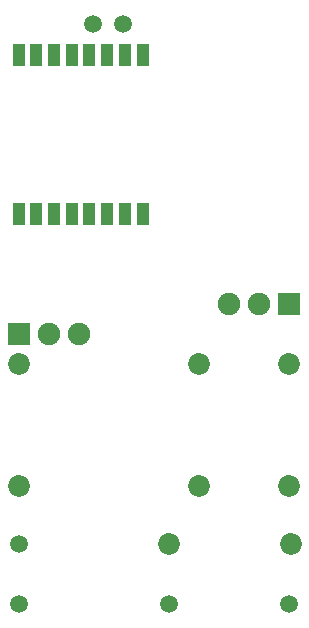
<source format=gbr>
G04 DipTrace 3.3.1.3*
G04 TopMask.gbr*
%MOMM*%
G04 #@! TF.FileFunction,Soldermask,Top*
G04 #@! TF.Part,Single*
%AMOUTLINE1*
4,1,4,
0.95,-0.95,
-0.95,-0.95,
-0.95,0.95,
0.95,0.95,
0.95,-0.95,
0*%
%ADD16C,1.5*%
%ADD23C,1.9*%
%ADD24R,1.9X1.9*%
%ADD27R,1.1X1.95*%
%ADD29C,1.85*%
%ADD34OUTLINE1*%
%FSLAX35Y35*%
G04*
G71*
G90*
G75*
G01*
G04 TopMask*
%LPD*%
D29*
X2778000Y1762000D3*
X3813000D3*
D27*
X1508000Y4556000D3*
X1658000D3*
X1808000D3*
X1958000D3*
X2108000D3*
X2258000D3*
X2408000D3*
X2558000D3*
Y5906000D3*
X2408000D3*
X2258000D3*
X2108000D3*
X1958000D3*
X1808000D3*
X1658000D3*
X1508000D3*
D16*
X2137000Y6170000D3*
X3794000Y1254000D3*
X2391000Y6170000D3*
X1508000Y1762000D3*
Y1254000D3*
D24*
Y3540000D3*
D23*
X1762000D3*
X2016000D3*
D34*
X3794000Y3794000D3*
D23*
X3540000D3*
X3286000D3*
D29*
X1508000Y3286000D3*
Y2251000D3*
X3032000Y3286000D3*
Y2251000D3*
X3794000Y3286000D3*
Y2251000D3*
D16*
X2778000Y1254000D3*
M02*

</source>
